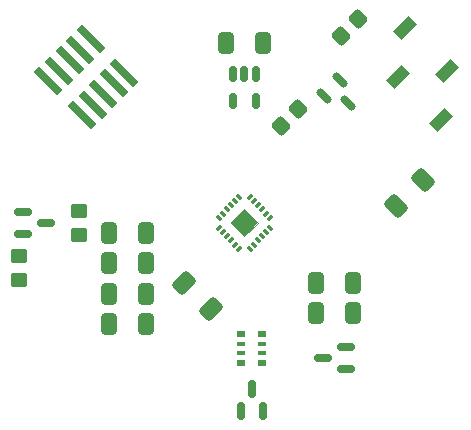
<source format=gbr>
%TF.GenerationSoftware,KiCad,Pcbnew,7.0.7*%
%TF.CreationDate,2023-11-13T21:50:39-08:00*%
%TF.ProjectId,Final_Project_Transmit,46696e61-6c5f-4507-926f-6a6563745f54,rev?*%
%TF.SameCoordinates,Original*%
%TF.FileFunction,Paste,Top*%
%TF.FilePolarity,Positive*%
%FSLAX46Y46*%
G04 Gerber Fmt 4.6, Leading zero omitted, Abs format (unit mm)*
G04 Created by KiCad (PCBNEW 7.0.7) date 2023-11-13 21:50:39*
%MOMM*%
%LPD*%
G01*
G04 APERTURE LIST*
G04 Aperture macros list*
%AMRoundRect*
0 Rectangle with rounded corners*
0 $1 Rounding radius*
0 $2 $3 $4 $5 $6 $7 $8 $9 X,Y pos of 4 corners*
0 Add a 4 corners polygon primitive as box body*
4,1,4,$2,$3,$4,$5,$6,$7,$8,$9,$2,$3,0*
0 Add four circle primitives for the rounded corners*
1,1,$1+$1,$2,$3*
1,1,$1+$1,$4,$5*
1,1,$1+$1,$6,$7*
1,1,$1+$1,$8,$9*
0 Add four rect primitives between the rounded corners*
20,1,$1+$1,$2,$3,$4,$5,0*
20,1,$1+$1,$4,$5,$6,$7,0*
20,1,$1+$1,$6,$7,$8,$9,0*
20,1,$1+$1,$8,$9,$2,$3,0*%
%AMRotRect*
0 Rectangle, with rotation*
0 The origin of the aperture is its center*
0 $1 length*
0 $2 width*
0 $3 Rotation angle, in degrees counterclockwise*
0 Add horizontal line*
21,1,$1,$2,0,0,$3*%
G04 Aperture macros list end*
%ADD10C,0.010000*%
%ADD11RotRect,0.660400X2.768600X45.000000*%
%ADD12RoundRect,0.250000X-0.070711X0.565685X-0.565685X0.070711X0.070711X-0.565685X0.565685X-0.070711X0*%
%ADD13RoundRect,0.250000X0.450000X-0.350000X0.450000X0.350000X-0.450000X0.350000X-0.450000X-0.350000X0*%
%ADD14RoundRect,0.250000X-0.412500X-0.650000X0.412500X-0.650000X0.412500X0.650000X-0.412500X0.650000X0*%
%ADD15RoundRect,0.250000X0.412500X0.650000X-0.412500X0.650000X-0.412500X-0.650000X0.412500X-0.650000X0*%
%ADD16RoundRect,0.250000X0.167938X-0.751301X0.751301X-0.167938X-0.167938X0.751301X-0.751301X0.167938X0*%
%ADD17RoundRect,0.150000X-0.521491X0.309359X0.309359X-0.521491X0.521491X-0.309359X-0.309359X0.521491X0*%
%ADD18RotRect,1.900000X1.000000X45.000000*%
%ADD19RoundRect,0.150000X0.150000X-0.587500X0.150000X0.587500X-0.150000X0.587500X-0.150000X-0.587500X0*%
%ADD20RoundRect,0.150000X-0.150000X0.512500X-0.150000X-0.512500X0.150000X-0.512500X0.150000X0.512500X0*%
%ADD21RoundRect,0.150000X-0.587500X-0.150000X0.587500X-0.150000X0.587500X0.150000X-0.587500X0.150000X0*%
%ADD22R,0.800000X0.500000*%
%ADD23R,0.800000X0.400000*%
%ADD24RotRect,0.510000X0.310000X45.000000*%
%ADD25RotRect,0.310000X0.510000X45.000000*%
%ADD26RoundRect,0.250000X0.751301X0.167938X0.167938X0.751301X-0.751301X-0.167938X-0.167938X-0.751301X0*%
%ADD27RoundRect,0.150000X0.587500X0.150000X-0.587500X0.150000X-0.587500X-0.150000X0.587500X-0.150000X0*%
G04 APERTURE END LIST*
%TO.C,U3*%
D10*
X102758285Y-76200000D02*
X101600000Y-77358285D01*
X100441715Y-76200000D01*
X101600000Y-75041715D01*
X102758285Y-76200000D01*
G36*
X102758285Y-76200000D02*
G01*
X101600000Y-77358285D01*
X100441715Y-76200000D01*
X101600000Y-75041715D01*
X102758285Y-76200000D01*
G37*
%TD*%
D11*
%TO.C,J2*%
X84991188Y-64235394D03*
X85889214Y-63337368D03*
X86787240Y-62439343D03*
X87685265Y-61541317D03*
X88583291Y-60643291D03*
X87847897Y-67092103D03*
X88745923Y-66194077D03*
X89643948Y-65296051D03*
X90541974Y-64398026D03*
X91440000Y-63500000D03*
%TD*%
D12*
%TO.C,R4*%
X111197107Y-58982893D03*
X109782893Y-60397107D03*
%TD*%
D13*
%TO.C,R2*%
X82550000Y-81010000D03*
X82550000Y-79010000D03*
%TD*%
%TO.C,R1*%
X87630000Y-77200000D03*
X87630000Y-75200000D03*
%TD*%
D12*
%TO.C,R3*%
X106117107Y-66602893D03*
X104702893Y-68017107D03*
%TD*%
D14*
%TO.C,C6*%
X90165414Y-77067620D03*
X93290414Y-77067620D03*
%TD*%
D15*
%TO.C,C8*%
X93230432Y-82190106D03*
X90105432Y-82190106D03*
%TD*%
D16*
%TO.C,C11*%
X114465146Y-74764854D03*
X116674854Y-72555146D03*
%TD*%
D17*
%TO.C,Q3*%
X109696700Y-64093516D03*
X108353197Y-65437019D03*
X110350774Y-66091093D03*
%TD*%
D14*
%TO.C,C1*%
X107657500Y-83820000D03*
X110782500Y-83820000D03*
%TD*%
D15*
%TO.C,C5*%
X90134925Y-79611366D03*
X93259925Y-79611366D03*
%TD*%
D18*
%TO.C,J1*%
X118221215Y-67472658D03*
X118758616Y-63343154D03*
X114629112Y-63880556D03*
X115166513Y-59751052D03*
%TD*%
D19*
%TO.C,Q1*%
X101294457Y-92140233D03*
X103194457Y-92140233D03*
X102244457Y-90265233D03*
%TD*%
D14*
%TO.C,C12*%
X100037500Y-60960000D03*
X103162500Y-60960000D03*
%TD*%
D20*
%TO.C,U4*%
X102550000Y-63632500D03*
X101600000Y-63632500D03*
X100650000Y-63632500D03*
X100650000Y-65907500D03*
X102550000Y-65907500D03*
%TD*%
D14*
%TO.C,C9*%
X90104187Y-84786711D03*
X93229187Y-84786711D03*
%TD*%
D21*
%TO.C,Q4*%
X82882500Y-75250000D03*
X82882500Y-77150000D03*
X84757500Y-76200000D03*
%TD*%
D22*
%TO.C,RN1*%
X103089344Y-88058421D03*
D23*
X103089344Y-87258421D03*
X103089344Y-86458421D03*
D22*
X103089344Y-85658421D03*
X101289344Y-85658421D03*
D23*
X101289344Y-86458421D03*
X101289344Y-87258421D03*
D22*
X101289344Y-88058421D03*
%TD*%
D24*
%TO.C,U3*%
X99404433Y-76627800D03*
X99757987Y-76981353D03*
X100111540Y-77334906D03*
X100465094Y-77688460D03*
X100818647Y-78042013D03*
X101172200Y-78395567D03*
D25*
X102027800Y-78395567D03*
X102381353Y-78042013D03*
X102734906Y-77688460D03*
X103088460Y-77334906D03*
X103442013Y-76981353D03*
X103795567Y-76627800D03*
D24*
X103795567Y-75772200D03*
X103442013Y-75418647D03*
X103088460Y-75065094D03*
X102734906Y-74711540D03*
X102381353Y-74357987D03*
X102027800Y-74004433D03*
D25*
X101172200Y-74004433D03*
X100818647Y-74357987D03*
X100465094Y-74711540D03*
X100111540Y-75065094D03*
X99757987Y-75418647D03*
X99404433Y-75772200D03*
%TD*%
D26*
%TO.C,C7*%
X98729708Y-83489708D03*
X96520000Y-81280000D03*
%TD*%
D27*
%TO.C,Q2*%
X110157500Y-88580000D03*
X110157500Y-86680000D03*
X108282500Y-87630000D03*
%TD*%
D14*
%TO.C,C10*%
X107657500Y-81280000D03*
X110782500Y-81280000D03*
%TD*%
M02*

</source>
